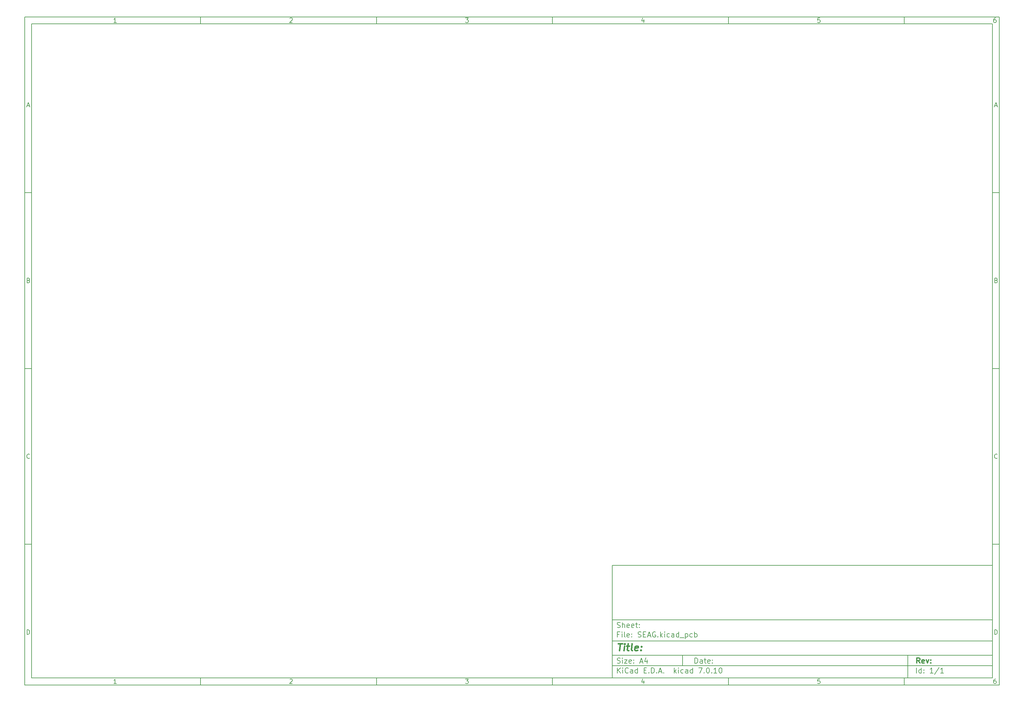
<source format=gbr>
%TF.GenerationSoftware,KiCad,Pcbnew,7.0.10*%
%TF.CreationDate,2024-04-20T16:07:25+02:00*%
%TF.ProjectId,SEAG,53454147-2e6b-4696-9361-645f70636258,rev?*%
%TF.SameCoordinates,Original*%
%TF.FileFunction,Paste,Bot*%
%TF.FilePolarity,Positive*%
%FSLAX46Y46*%
G04 Gerber Fmt 4.6, Leading zero omitted, Abs format (unit mm)*
G04 Created by KiCad (PCBNEW 7.0.10) date 2024-04-20 16:07:25*
%MOMM*%
%LPD*%
G01*
G04 APERTURE LIST*
%ADD10C,0.100000*%
%ADD11C,0.150000*%
%ADD12C,0.300000*%
%ADD13C,0.400000*%
G04 APERTURE END LIST*
D10*
D11*
X177002200Y-166007200D02*
X285002200Y-166007200D01*
X285002200Y-198007200D01*
X177002200Y-198007200D01*
X177002200Y-166007200D01*
D10*
D11*
X10000000Y-10000000D02*
X287002200Y-10000000D01*
X287002200Y-200007200D01*
X10000000Y-200007200D01*
X10000000Y-10000000D01*
D10*
D11*
X12000000Y-12000000D02*
X285002200Y-12000000D01*
X285002200Y-198007200D01*
X12000000Y-198007200D01*
X12000000Y-12000000D01*
D10*
D11*
X60000000Y-12000000D02*
X60000000Y-10000000D01*
D10*
D11*
X110000000Y-12000000D02*
X110000000Y-10000000D01*
D10*
D11*
X160000000Y-12000000D02*
X160000000Y-10000000D01*
D10*
D11*
X210000000Y-12000000D02*
X210000000Y-10000000D01*
D10*
D11*
X260000000Y-12000000D02*
X260000000Y-10000000D01*
D10*
D11*
X36089160Y-11593604D02*
X35346303Y-11593604D01*
X35717731Y-11593604D02*
X35717731Y-10293604D01*
X35717731Y-10293604D02*
X35593922Y-10479319D01*
X35593922Y-10479319D02*
X35470112Y-10603128D01*
X35470112Y-10603128D02*
X35346303Y-10665033D01*
D10*
D11*
X85346303Y-10417414D02*
X85408207Y-10355509D01*
X85408207Y-10355509D02*
X85532017Y-10293604D01*
X85532017Y-10293604D02*
X85841541Y-10293604D01*
X85841541Y-10293604D02*
X85965350Y-10355509D01*
X85965350Y-10355509D02*
X86027255Y-10417414D01*
X86027255Y-10417414D02*
X86089160Y-10541223D01*
X86089160Y-10541223D02*
X86089160Y-10665033D01*
X86089160Y-10665033D02*
X86027255Y-10850747D01*
X86027255Y-10850747D02*
X85284398Y-11593604D01*
X85284398Y-11593604D02*
X86089160Y-11593604D01*
D10*
D11*
X135284398Y-10293604D02*
X136089160Y-10293604D01*
X136089160Y-10293604D02*
X135655826Y-10788842D01*
X135655826Y-10788842D02*
X135841541Y-10788842D01*
X135841541Y-10788842D02*
X135965350Y-10850747D01*
X135965350Y-10850747D02*
X136027255Y-10912652D01*
X136027255Y-10912652D02*
X136089160Y-11036461D01*
X136089160Y-11036461D02*
X136089160Y-11345985D01*
X136089160Y-11345985D02*
X136027255Y-11469795D01*
X136027255Y-11469795D02*
X135965350Y-11531700D01*
X135965350Y-11531700D02*
X135841541Y-11593604D01*
X135841541Y-11593604D02*
X135470112Y-11593604D01*
X135470112Y-11593604D02*
X135346303Y-11531700D01*
X135346303Y-11531700D02*
X135284398Y-11469795D01*
D10*
D11*
X185965350Y-10726938D02*
X185965350Y-11593604D01*
X185655826Y-10231700D02*
X185346303Y-11160271D01*
X185346303Y-11160271D02*
X186151064Y-11160271D01*
D10*
D11*
X236027255Y-10293604D02*
X235408207Y-10293604D01*
X235408207Y-10293604D02*
X235346303Y-10912652D01*
X235346303Y-10912652D02*
X235408207Y-10850747D01*
X235408207Y-10850747D02*
X235532017Y-10788842D01*
X235532017Y-10788842D02*
X235841541Y-10788842D01*
X235841541Y-10788842D02*
X235965350Y-10850747D01*
X235965350Y-10850747D02*
X236027255Y-10912652D01*
X236027255Y-10912652D02*
X236089160Y-11036461D01*
X236089160Y-11036461D02*
X236089160Y-11345985D01*
X236089160Y-11345985D02*
X236027255Y-11469795D01*
X236027255Y-11469795D02*
X235965350Y-11531700D01*
X235965350Y-11531700D02*
X235841541Y-11593604D01*
X235841541Y-11593604D02*
X235532017Y-11593604D01*
X235532017Y-11593604D02*
X235408207Y-11531700D01*
X235408207Y-11531700D02*
X235346303Y-11469795D01*
D10*
D11*
X285965350Y-10293604D02*
X285717731Y-10293604D01*
X285717731Y-10293604D02*
X285593922Y-10355509D01*
X285593922Y-10355509D02*
X285532017Y-10417414D01*
X285532017Y-10417414D02*
X285408207Y-10603128D01*
X285408207Y-10603128D02*
X285346303Y-10850747D01*
X285346303Y-10850747D02*
X285346303Y-11345985D01*
X285346303Y-11345985D02*
X285408207Y-11469795D01*
X285408207Y-11469795D02*
X285470112Y-11531700D01*
X285470112Y-11531700D02*
X285593922Y-11593604D01*
X285593922Y-11593604D02*
X285841541Y-11593604D01*
X285841541Y-11593604D02*
X285965350Y-11531700D01*
X285965350Y-11531700D02*
X286027255Y-11469795D01*
X286027255Y-11469795D02*
X286089160Y-11345985D01*
X286089160Y-11345985D02*
X286089160Y-11036461D01*
X286089160Y-11036461D02*
X286027255Y-10912652D01*
X286027255Y-10912652D02*
X285965350Y-10850747D01*
X285965350Y-10850747D02*
X285841541Y-10788842D01*
X285841541Y-10788842D02*
X285593922Y-10788842D01*
X285593922Y-10788842D02*
X285470112Y-10850747D01*
X285470112Y-10850747D02*
X285408207Y-10912652D01*
X285408207Y-10912652D02*
X285346303Y-11036461D01*
D10*
D11*
X60000000Y-198007200D02*
X60000000Y-200007200D01*
D10*
D11*
X110000000Y-198007200D02*
X110000000Y-200007200D01*
D10*
D11*
X160000000Y-198007200D02*
X160000000Y-200007200D01*
D10*
D11*
X210000000Y-198007200D02*
X210000000Y-200007200D01*
D10*
D11*
X260000000Y-198007200D02*
X260000000Y-200007200D01*
D10*
D11*
X36089160Y-199600804D02*
X35346303Y-199600804D01*
X35717731Y-199600804D02*
X35717731Y-198300804D01*
X35717731Y-198300804D02*
X35593922Y-198486519D01*
X35593922Y-198486519D02*
X35470112Y-198610328D01*
X35470112Y-198610328D02*
X35346303Y-198672233D01*
D10*
D11*
X85346303Y-198424614D02*
X85408207Y-198362709D01*
X85408207Y-198362709D02*
X85532017Y-198300804D01*
X85532017Y-198300804D02*
X85841541Y-198300804D01*
X85841541Y-198300804D02*
X85965350Y-198362709D01*
X85965350Y-198362709D02*
X86027255Y-198424614D01*
X86027255Y-198424614D02*
X86089160Y-198548423D01*
X86089160Y-198548423D02*
X86089160Y-198672233D01*
X86089160Y-198672233D02*
X86027255Y-198857947D01*
X86027255Y-198857947D02*
X85284398Y-199600804D01*
X85284398Y-199600804D02*
X86089160Y-199600804D01*
D10*
D11*
X135284398Y-198300804D02*
X136089160Y-198300804D01*
X136089160Y-198300804D02*
X135655826Y-198796042D01*
X135655826Y-198796042D02*
X135841541Y-198796042D01*
X135841541Y-198796042D02*
X135965350Y-198857947D01*
X135965350Y-198857947D02*
X136027255Y-198919852D01*
X136027255Y-198919852D02*
X136089160Y-199043661D01*
X136089160Y-199043661D02*
X136089160Y-199353185D01*
X136089160Y-199353185D02*
X136027255Y-199476995D01*
X136027255Y-199476995D02*
X135965350Y-199538900D01*
X135965350Y-199538900D02*
X135841541Y-199600804D01*
X135841541Y-199600804D02*
X135470112Y-199600804D01*
X135470112Y-199600804D02*
X135346303Y-199538900D01*
X135346303Y-199538900D02*
X135284398Y-199476995D01*
D10*
D11*
X185965350Y-198734138D02*
X185965350Y-199600804D01*
X185655826Y-198238900D02*
X185346303Y-199167471D01*
X185346303Y-199167471D02*
X186151064Y-199167471D01*
D10*
D11*
X236027255Y-198300804D02*
X235408207Y-198300804D01*
X235408207Y-198300804D02*
X235346303Y-198919852D01*
X235346303Y-198919852D02*
X235408207Y-198857947D01*
X235408207Y-198857947D02*
X235532017Y-198796042D01*
X235532017Y-198796042D02*
X235841541Y-198796042D01*
X235841541Y-198796042D02*
X235965350Y-198857947D01*
X235965350Y-198857947D02*
X236027255Y-198919852D01*
X236027255Y-198919852D02*
X236089160Y-199043661D01*
X236089160Y-199043661D02*
X236089160Y-199353185D01*
X236089160Y-199353185D02*
X236027255Y-199476995D01*
X236027255Y-199476995D02*
X235965350Y-199538900D01*
X235965350Y-199538900D02*
X235841541Y-199600804D01*
X235841541Y-199600804D02*
X235532017Y-199600804D01*
X235532017Y-199600804D02*
X235408207Y-199538900D01*
X235408207Y-199538900D02*
X235346303Y-199476995D01*
D10*
D11*
X285965350Y-198300804D02*
X285717731Y-198300804D01*
X285717731Y-198300804D02*
X285593922Y-198362709D01*
X285593922Y-198362709D02*
X285532017Y-198424614D01*
X285532017Y-198424614D02*
X285408207Y-198610328D01*
X285408207Y-198610328D02*
X285346303Y-198857947D01*
X285346303Y-198857947D02*
X285346303Y-199353185D01*
X285346303Y-199353185D02*
X285408207Y-199476995D01*
X285408207Y-199476995D02*
X285470112Y-199538900D01*
X285470112Y-199538900D02*
X285593922Y-199600804D01*
X285593922Y-199600804D02*
X285841541Y-199600804D01*
X285841541Y-199600804D02*
X285965350Y-199538900D01*
X285965350Y-199538900D02*
X286027255Y-199476995D01*
X286027255Y-199476995D02*
X286089160Y-199353185D01*
X286089160Y-199353185D02*
X286089160Y-199043661D01*
X286089160Y-199043661D02*
X286027255Y-198919852D01*
X286027255Y-198919852D02*
X285965350Y-198857947D01*
X285965350Y-198857947D02*
X285841541Y-198796042D01*
X285841541Y-198796042D02*
X285593922Y-198796042D01*
X285593922Y-198796042D02*
X285470112Y-198857947D01*
X285470112Y-198857947D02*
X285408207Y-198919852D01*
X285408207Y-198919852D02*
X285346303Y-199043661D01*
D10*
D11*
X10000000Y-60000000D02*
X12000000Y-60000000D01*
D10*
D11*
X10000000Y-110000000D02*
X12000000Y-110000000D01*
D10*
D11*
X10000000Y-160000000D02*
X12000000Y-160000000D01*
D10*
D11*
X10690476Y-35222176D02*
X11309523Y-35222176D01*
X10566666Y-35593604D02*
X10999999Y-34293604D01*
X10999999Y-34293604D02*
X11433333Y-35593604D01*
D10*
D11*
X11092857Y-84912652D02*
X11278571Y-84974557D01*
X11278571Y-84974557D02*
X11340476Y-85036461D01*
X11340476Y-85036461D02*
X11402380Y-85160271D01*
X11402380Y-85160271D02*
X11402380Y-85345985D01*
X11402380Y-85345985D02*
X11340476Y-85469795D01*
X11340476Y-85469795D02*
X11278571Y-85531700D01*
X11278571Y-85531700D02*
X11154761Y-85593604D01*
X11154761Y-85593604D02*
X10659523Y-85593604D01*
X10659523Y-85593604D02*
X10659523Y-84293604D01*
X10659523Y-84293604D02*
X11092857Y-84293604D01*
X11092857Y-84293604D02*
X11216666Y-84355509D01*
X11216666Y-84355509D02*
X11278571Y-84417414D01*
X11278571Y-84417414D02*
X11340476Y-84541223D01*
X11340476Y-84541223D02*
X11340476Y-84665033D01*
X11340476Y-84665033D02*
X11278571Y-84788842D01*
X11278571Y-84788842D02*
X11216666Y-84850747D01*
X11216666Y-84850747D02*
X11092857Y-84912652D01*
X11092857Y-84912652D02*
X10659523Y-84912652D01*
D10*
D11*
X11402380Y-135469795D02*
X11340476Y-135531700D01*
X11340476Y-135531700D02*
X11154761Y-135593604D01*
X11154761Y-135593604D02*
X11030952Y-135593604D01*
X11030952Y-135593604D02*
X10845238Y-135531700D01*
X10845238Y-135531700D02*
X10721428Y-135407890D01*
X10721428Y-135407890D02*
X10659523Y-135284080D01*
X10659523Y-135284080D02*
X10597619Y-135036461D01*
X10597619Y-135036461D02*
X10597619Y-134850747D01*
X10597619Y-134850747D02*
X10659523Y-134603128D01*
X10659523Y-134603128D02*
X10721428Y-134479319D01*
X10721428Y-134479319D02*
X10845238Y-134355509D01*
X10845238Y-134355509D02*
X11030952Y-134293604D01*
X11030952Y-134293604D02*
X11154761Y-134293604D01*
X11154761Y-134293604D02*
X11340476Y-134355509D01*
X11340476Y-134355509D02*
X11402380Y-134417414D01*
D10*
D11*
X10659523Y-185593604D02*
X10659523Y-184293604D01*
X10659523Y-184293604D02*
X10969047Y-184293604D01*
X10969047Y-184293604D02*
X11154761Y-184355509D01*
X11154761Y-184355509D02*
X11278571Y-184479319D01*
X11278571Y-184479319D02*
X11340476Y-184603128D01*
X11340476Y-184603128D02*
X11402380Y-184850747D01*
X11402380Y-184850747D02*
X11402380Y-185036461D01*
X11402380Y-185036461D02*
X11340476Y-185284080D01*
X11340476Y-185284080D02*
X11278571Y-185407890D01*
X11278571Y-185407890D02*
X11154761Y-185531700D01*
X11154761Y-185531700D02*
X10969047Y-185593604D01*
X10969047Y-185593604D02*
X10659523Y-185593604D01*
D10*
D11*
X287002200Y-60000000D02*
X285002200Y-60000000D01*
D10*
D11*
X287002200Y-110000000D02*
X285002200Y-110000000D01*
D10*
D11*
X287002200Y-160000000D02*
X285002200Y-160000000D01*
D10*
D11*
X285692676Y-35222176D02*
X286311723Y-35222176D01*
X285568866Y-35593604D02*
X286002199Y-34293604D01*
X286002199Y-34293604D02*
X286435533Y-35593604D01*
D10*
D11*
X286095057Y-84912652D02*
X286280771Y-84974557D01*
X286280771Y-84974557D02*
X286342676Y-85036461D01*
X286342676Y-85036461D02*
X286404580Y-85160271D01*
X286404580Y-85160271D02*
X286404580Y-85345985D01*
X286404580Y-85345985D02*
X286342676Y-85469795D01*
X286342676Y-85469795D02*
X286280771Y-85531700D01*
X286280771Y-85531700D02*
X286156961Y-85593604D01*
X286156961Y-85593604D02*
X285661723Y-85593604D01*
X285661723Y-85593604D02*
X285661723Y-84293604D01*
X285661723Y-84293604D02*
X286095057Y-84293604D01*
X286095057Y-84293604D02*
X286218866Y-84355509D01*
X286218866Y-84355509D02*
X286280771Y-84417414D01*
X286280771Y-84417414D02*
X286342676Y-84541223D01*
X286342676Y-84541223D02*
X286342676Y-84665033D01*
X286342676Y-84665033D02*
X286280771Y-84788842D01*
X286280771Y-84788842D02*
X286218866Y-84850747D01*
X286218866Y-84850747D02*
X286095057Y-84912652D01*
X286095057Y-84912652D02*
X285661723Y-84912652D01*
D10*
D11*
X286404580Y-135469795D02*
X286342676Y-135531700D01*
X286342676Y-135531700D02*
X286156961Y-135593604D01*
X286156961Y-135593604D02*
X286033152Y-135593604D01*
X286033152Y-135593604D02*
X285847438Y-135531700D01*
X285847438Y-135531700D02*
X285723628Y-135407890D01*
X285723628Y-135407890D02*
X285661723Y-135284080D01*
X285661723Y-135284080D02*
X285599819Y-135036461D01*
X285599819Y-135036461D02*
X285599819Y-134850747D01*
X285599819Y-134850747D02*
X285661723Y-134603128D01*
X285661723Y-134603128D02*
X285723628Y-134479319D01*
X285723628Y-134479319D02*
X285847438Y-134355509D01*
X285847438Y-134355509D02*
X286033152Y-134293604D01*
X286033152Y-134293604D02*
X286156961Y-134293604D01*
X286156961Y-134293604D02*
X286342676Y-134355509D01*
X286342676Y-134355509D02*
X286404580Y-134417414D01*
D10*
D11*
X285661723Y-185593604D02*
X285661723Y-184293604D01*
X285661723Y-184293604D02*
X285971247Y-184293604D01*
X285971247Y-184293604D02*
X286156961Y-184355509D01*
X286156961Y-184355509D02*
X286280771Y-184479319D01*
X286280771Y-184479319D02*
X286342676Y-184603128D01*
X286342676Y-184603128D02*
X286404580Y-184850747D01*
X286404580Y-184850747D02*
X286404580Y-185036461D01*
X286404580Y-185036461D02*
X286342676Y-185284080D01*
X286342676Y-185284080D02*
X286280771Y-185407890D01*
X286280771Y-185407890D02*
X286156961Y-185531700D01*
X286156961Y-185531700D02*
X285971247Y-185593604D01*
X285971247Y-185593604D02*
X285661723Y-185593604D01*
D10*
D11*
X200458026Y-193793328D02*
X200458026Y-192293328D01*
X200458026Y-192293328D02*
X200815169Y-192293328D01*
X200815169Y-192293328D02*
X201029455Y-192364757D01*
X201029455Y-192364757D02*
X201172312Y-192507614D01*
X201172312Y-192507614D02*
X201243741Y-192650471D01*
X201243741Y-192650471D02*
X201315169Y-192936185D01*
X201315169Y-192936185D02*
X201315169Y-193150471D01*
X201315169Y-193150471D02*
X201243741Y-193436185D01*
X201243741Y-193436185D02*
X201172312Y-193579042D01*
X201172312Y-193579042D02*
X201029455Y-193721900D01*
X201029455Y-193721900D02*
X200815169Y-193793328D01*
X200815169Y-193793328D02*
X200458026Y-193793328D01*
X202600884Y-193793328D02*
X202600884Y-193007614D01*
X202600884Y-193007614D02*
X202529455Y-192864757D01*
X202529455Y-192864757D02*
X202386598Y-192793328D01*
X202386598Y-192793328D02*
X202100884Y-192793328D01*
X202100884Y-192793328D02*
X201958026Y-192864757D01*
X202600884Y-193721900D02*
X202458026Y-193793328D01*
X202458026Y-193793328D02*
X202100884Y-193793328D01*
X202100884Y-193793328D02*
X201958026Y-193721900D01*
X201958026Y-193721900D02*
X201886598Y-193579042D01*
X201886598Y-193579042D02*
X201886598Y-193436185D01*
X201886598Y-193436185D02*
X201958026Y-193293328D01*
X201958026Y-193293328D02*
X202100884Y-193221900D01*
X202100884Y-193221900D02*
X202458026Y-193221900D01*
X202458026Y-193221900D02*
X202600884Y-193150471D01*
X203100884Y-192793328D02*
X203672312Y-192793328D01*
X203315169Y-192293328D02*
X203315169Y-193579042D01*
X203315169Y-193579042D02*
X203386598Y-193721900D01*
X203386598Y-193721900D02*
X203529455Y-193793328D01*
X203529455Y-193793328D02*
X203672312Y-193793328D01*
X204743741Y-193721900D02*
X204600884Y-193793328D01*
X204600884Y-193793328D02*
X204315170Y-193793328D01*
X204315170Y-193793328D02*
X204172312Y-193721900D01*
X204172312Y-193721900D02*
X204100884Y-193579042D01*
X204100884Y-193579042D02*
X204100884Y-193007614D01*
X204100884Y-193007614D02*
X204172312Y-192864757D01*
X204172312Y-192864757D02*
X204315170Y-192793328D01*
X204315170Y-192793328D02*
X204600884Y-192793328D01*
X204600884Y-192793328D02*
X204743741Y-192864757D01*
X204743741Y-192864757D02*
X204815170Y-193007614D01*
X204815170Y-193007614D02*
X204815170Y-193150471D01*
X204815170Y-193150471D02*
X204100884Y-193293328D01*
X205458026Y-193650471D02*
X205529455Y-193721900D01*
X205529455Y-193721900D02*
X205458026Y-193793328D01*
X205458026Y-193793328D02*
X205386598Y-193721900D01*
X205386598Y-193721900D02*
X205458026Y-193650471D01*
X205458026Y-193650471D02*
X205458026Y-193793328D01*
X205458026Y-192864757D02*
X205529455Y-192936185D01*
X205529455Y-192936185D02*
X205458026Y-193007614D01*
X205458026Y-193007614D02*
X205386598Y-192936185D01*
X205386598Y-192936185D02*
X205458026Y-192864757D01*
X205458026Y-192864757D02*
X205458026Y-193007614D01*
D10*
D11*
X177002200Y-194507200D02*
X285002200Y-194507200D01*
D10*
D11*
X178458026Y-196593328D02*
X178458026Y-195093328D01*
X179315169Y-196593328D02*
X178672312Y-195736185D01*
X179315169Y-195093328D02*
X178458026Y-195950471D01*
X179958026Y-196593328D02*
X179958026Y-195593328D01*
X179958026Y-195093328D02*
X179886598Y-195164757D01*
X179886598Y-195164757D02*
X179958026Y-195236185D01*
X179958026Y-195236185D02*
X180029455Y-195164757D01*
X180029455Y-195164757D02*
X179958026Y-195093328D01*
X179958026Y-195093328D02*
X179958026Y-195236185D01*
X181529455Y-196450471D02*
X181458027Y-196521900D01*
X181458027Y-196521900D02*
X181243741Y-196593328D01*
X181243741Y-196593328D02*
X181100884Y-196593328D01*
X181100884Y-196593328D02*
X180886598Y-196521900D01*
X180886598Y-196521900D02*
X180743741Y-196379042D01*
X180743741Y-196379042D02*
X180672312Y-196236185D01*
X180672312Y-196236185D02*
X180600884Y-195950471D01*
X180600884Y-195950471D02*
X180600884Y-195736185D01*
X180600884Y-195736185D02*
X180672312Y-195450471D01*
X180672312Y-195450471D02*
X180743741Y-195307614D01*
X180743741Y-195307614D02*
X180886598Y-195164757D01*
X180886598Y-195164757D02*
X181100884Y-195093328D01*
X181100884Y-195093328D02*
X181243741Y-195093328D01*
X181243741Y-195093328D02*
X181458027Y-195164757D01*
X181458027Y-195164757D02*
X181529455Y-195236185D01*
X182815170Y-196593328D02*
X182815170Y-195807614D01*
X182815170Y-195807614D02*
X182743741Y-195664757D01*
X182743741Y-195664757D02*
X182600884Y-195593328D01*
X182600884Y-195593328D02*
X182315170Y-195593328D01*
X182315170Y-195593328D02*
X182172312Y-195664757D01*
X182815170Y-196521900D02*
X182672312Y-196593328D01*
X182672312Y-196593328D02*
X182315170Y-196593328D01*
X182315170Y-196593328D02*
X182172312Y-196521900D01*
X182172312Y-196521900D02*
X182100884Y-196379042D01*
X182100884Y-196379042D02*
X182100884Y-196236185D01*
X182100884Y-196236185D02*
X182172312Y-196093328D01*
X182172312Y-196093328D02*
X182315170Y-196021900D01*
X182315170Y-196021900D02*
X182672312Y-196021900D01*
X182672312Y-196021900D02*
X182815170Y-195950471D01*
X184172313Y-196593328D02*
X184172313Y-195093328D01*
X184172313Y-196521900D02*
X184029455Y-196593328D01*
X184029455Y-196593328D02*
X183743741Y-196593328D01*
X183743741Y-196593328D02*
X183600884Y-196521900D01*
X183600884Y-196521900D02*
X183529455Y-196450471D01*
X183529455Y-196450471D02*
X183458027Y-196307614D01*
X183458027Y-196307614D02*
X183458027Y-195879042D01*
X183458027Y-195879042D02*
X183529455Y-195736185D01*
X183529455Y-195736185D02*
X183600884Y-195664757D01*
X183600884Y-195664757D02*
X183743741Y-195593328D01*
X183743741Y-195593328D02*
X184029455Y-195593328D01*
X184029455Y-195593328D02*
X184172313Y-195664757D01*
X186029455Y-195807614D02*
X186529455Y-195807614D01*
X186743741Y-196593328D02*
X186029455Y-196593328D01*
X186029455Y-196593328D02*
X186029455Y-195093328D01*
X186029455Y-195093328D02*
X186743741Y-195093328D01*
X187386598Y-196450471D02*
X187458027Y-196521900D01*
X187458027Y-196521900D02*
X187386598Y-196593328D01*
X187386598Y-196593328D02*
X187315170Y-196521900D01*
X187315170Y-196521900D02*
X187386598Y-196450471D01*
X187386598Y-196450471D02*
X187386598Y-196593328D01*
X188100884Y-196593328D02*
X188100884Y-195093328D01*
X188100884Y-195093328D02*
X188458027Y-195093328D01*
X188458027Y-195093328D02*
X188672313Y-195164757D01*
X188672313Y-195164757D02*
X188815170Y-195307614D01*
X188815170Y-195307614D02*
X188886599Y-195450471D01*
X188886599Y-195450471D02*
X188958027Y-195736185D01*
X188958027Y-195736185D02*
X188958027Y-195950471D01*
X188958027Y-195950471D02*
X188886599Y-196236185D01*
X188886599Y-196236185D02*
X188815170Y-196379042D01*
X188815170Y-196379042D02*
X188672313Y-196521900D01*
X188672313Y-196521900D02*
X188458027Y-196593328D01*
X188458027Y-196593328D02*
X188100884Y-196593328D01*
X189600884Y-196450471D02*
X189672313Y-196521900D01*
X189672313Y-196521900D02*
X189600884Y-196593328D01*
X189600884Y-196593328D02*
X189529456Y-196521900D01*
X189529456Y-196521900D02*
X189600884Y-196450471D01*
X189600884Y-196450471D02*
X189600884Y-196593328D01*
X190243742Y-196164757D02*
X190958028Y-196164757D01*
X190100885Y-196593328D02*
X190600885Y-195093328D01*
X190600885Y-195093328D02*
X191100885Y-196593328D01*
X191600884Y-196450471D02*
X191672313Y-196521900D01*
X191672313Y-196521900D02*
X191600884Y-196593328D01*
X191600884Y-196593328D02*
X191529456Y-196521900D01*
X191529456Y-196521900D02*
X191600884Y-196450471D01*
X191600884Y-196450471D02*
X191600884Y-196593328D01*
X194600884Y-196593328D02*
X194600884Y-195093328D01*
X194743742Y-196021900D02*
X195172313Y-196593328D01*
X195172313Y-195593328D02*
X194600884Y-196164757D01*
X195815170Y-196593328D02*
X195815170Y-195593328D01*
X195815170Y-195093328D02*
X195743742Y-195164757D01*
X195743742Y-195164757D02*
X195815170Y-195236185D01*
X195815170Y-195236185D02*
X195886599Y-195164757D01*
X195886599Y-195164757D02*
X195815170Y-195093328D01*
X195815170Y-195093328D02*
X195815170Y-195236185D01*
X197172314Y-196521900D02*
X197029456Y-196593328D01*
X197029456Y-196593328D02*
X196743742Y-196593328D01*
X196743742Y-196593328D02*
X196600885Y-196521900D01*
X196600885Y-196521900D02*
X196529456Y-196450471D01*
X196529456Y-196450471D02*
X196458028Y-196307614D01*
X196458028Y-196307614D02*
X196458028Y-195879042D01*
X196458028Y-195879042D02*
X196529456Y-195736185D01*
X196529456Y-195736185D02*
X196600885Y-195664757D01*
X196600885Y-195664757D02*
X196743742Y-195593328D01*
X196743742Y-195593328D02*
X197029456Y-195593328D01*
X197029456Y-195593328D02*
X197172314Y-195664757D01*
X198458028Y-196593328D02*
X198458028Y-195807614D01*
X198458028Y-195807614D02*
X198386599Y-195664757D01*
X198386599Y-195664757D02*
X198243742Y-195593328D01*
X198243742Y-195593328D02*
X197958028Y-195593328D01*
X197958028Y-195593328D02*
X197815170Y-195664757D01*
X198458028Y-196521900D02*
X198315170Y-196593328D01*
X198315170Y-196593328D02*
X197958028Y-196593328D01*
X197958028Y-196593328D02*
X197815170Y-196521900D01*
X197815170Y-196521900D02*
X197743742Y-196379042D01*
X197743742Y-196379042D02*
X197743742Y-196236185D01*
X197743742Y-196236185D02*
X197815170Y-196093328D01*
X197815170Y-196093328D02*
X197958028Y-196021900D01*
X197958028Y-196021900D02*
X198315170Y-196021900D01*
X198315170Y-196021900D02*
X198458028Y-195950471D01*
X199815171Y-196593328D02*
X199815171Y-195093328D01*
X199815171Y-196521900D02*
X199672313Y-196593328D01*
X199672313Y-196593328D02*
X199386599Y-196593328D01*
X199386599Y-196593328D02*
X199243742Y-196521900D01*
X199243742Y-196521900D02*
X199172313Y-196450471D01*
X199172313Y-196450471D02*
X199100885Y-196307614D01*
X199100885Y-196307614D02*
X199100885Y-195879042D01*
X199100885Y-195879042D02*
X199172313Y-195736185D01*
X199172313Y-195736185D02*
X199243742Y-195664757D01*
X199243742Y-195664757D02*
X199386599Y-195593328D01*
X199386599Y-195593328D02*
X199672313Y-195593328D01*
X199672313Y-195593328D02*
X199815171Y-195664757D01*
X201529456Y-195093328D02*
X202529456Y-195093328D01*
X202529456Y-195093328D02*
X201886599Y-196593328D01*
X203100884Y-196450471D02*
X203172313Y-196521900D01*
X203172313Y-196521900D02*
X203100884Y-196593328D01*
X203100884Y-196593328D02*
X203029456Y-196521900D01*
X203029456Y-196521900D02*
X203100884Y-196450471D01*
X203100884Y-196450471D02*
X203100884Y-196593328D01*
X204100885Y-195093328D02*
X204243742Y-195093328D01*
X204243742Y-195093328D02*
X204386599Y-195164757D01*
X204386599Y-195164757D02*
X204458028Y-195236185D01*
X204458028Y-195236185D02*
X204529456Y-195379042D01*
X204529456Y-195379042D02*
X204600885Y-195664757D01*
X204600885Y-195664757D02*
X204600885Y-196021900D01*
X204600885Y-196021900D02*
X204529456Y-196307614D01*
X204529456Y-196307614D02*
X204458028Y-196450471D01*
X204458028Y-196450471D02*
X204386599Y-196521900D01*
X204386599Y-196521900D02*
X204243742Y-196593328D01*
X204243742Y-196593328D02*
X204100885Y-196593328D01*
X204100885Y-196593328D02*
X203958028Y-196521900D01*
X203958028Y-196521900D02*
X203886599Y-196450471D01*
X203886599Y-196450471D02*
X203815170Y-196307614D01*
X203815170Y-196307614D02*
X203743742Y-196021900D01*
X203743742Y-196021900D02*
X203743742Y-195664757D01*
X203743742Y-195664757D02*
X203815170Y-195379042D01*
X203815170Y-195379042D02*
X203886599Y-195236185D01*
X203886599Y-195236185D02*
X203958028Y-195164757D01*
X203958028Y-195164757D02*
X204100885Y-195093328D01*
X205243741Y-196450471D02*
X205315170Y-196521900D01*
X205315170Y-196521900D02*
X205243741Y-196593328D01*
X205243741Y-196593328D02*
X205172313Y-196521900D01*
X205172313Y-196521900D02*
X205243741Y-196450471D01*
X205243741Y-196450471D02*
X205243741Y-196593328D01*
X206743742Y-196593328D02*
X205886599Y-196593328D01*
X206315170Y-196593328D02*
X206315170Y-195093328D01*
X206315170Y-195093328D02*
X206172313Y-195307614D01*
X206172313Y-195307614D02*
X206029456Y-195450471D01*
X206029456Y-195450471D02*
X205886599Y-195521900D01*
X207672313Y-195093328D02*
X207815170Y-195093328D01*
X207815170Y-195093328D02*
X207958027Y-195164757D01*
X207958027Y-195164757D02*
X208029456Y-195236185D01*
X208029456Y-195236185D02*
X208100884Y-195379042D01*
X208100884Y-195379042D02*
X208172313Y-195664757D01*
X208172313Y-195664757D02*
X208172313Y-196021900D01*
X208172313Y-196021900D02*
X208100884Y-196307614D01*
X208100884Y-196307614D02*
X208029456Y-196450471D01*
X208029456Y-196450471D02*
X207958027Y-196521900D01*
X207958027Y-196521900D02*
X207815170Y-196593328D01*
X207815170Y-196593328D02*
X207672313Y-196593328D01*
X207672313Y-196593328D02*
X207529456Y-196521900D01*
X207529456Y-196521900D02*
X207458027Y-196450471D01*
X207458027Y-196450471D02*
X207386598Y-196307614D01*
X207386598Y-196307614D02*
X207315170Y-196021900D01*
X207315170Y-196021900D02*
X207315170Y-195664757D01*
X207315170Y-195664757D02*
X207386598Y-195379042D01*
X207386598Y-195379042D02*
X207458027Y-195236185D01*
X207458027Y-195236185D02*
X207529456Y-195164757D01*
X207529456Y-195164757D02*
X207672313Y-195093328D01*
D10*
D11*
X177002200Y-191507200D02*
X285002200Y-191507200D01*
D10*
D12*
X264413853Y-193785528D02*
X263913853Y-193071242D01*
X263556710Y-193785528D02*
X263556710Y-192285528D01*
X263556710Y-192285528D02*
X264128139Y-192285528D01*
X264128139Y-192285528D02*
X264270996Y-192356957D01*
X264270996Y-192356957D02*
X264342425Y-192428385D01*
X264342425Y-192428385D02*
X264413853Y-192571242D01*
X264413853Y-192571242D02*
X264413853Y-192785528D01*
X264413853Y-192785528D02*
X264342425Y-192928385D01*
X264342425Y-192928385D02*
X264270996Y-192999814D01*
X264270996Y-192999814D02*
X264128139Y-193071242D01*
X264128139Y-193071242D02*
X263556710Y-193071242D01*
X265628139Y-193714100D02*
X265485282Y-193785528D01*
X265485282Y-193785528D02*
X265199568Y-193785528D01*
X265199568Y-193785528D02*
X265056710Y-193714100D01*
X265056710Y-193714100D02*
X264985282Y-193571242D01*
X264985282Y-193571242D02*
X264985282Y-192999814D01*
X264985282Y-192999814D02*
X265056710Y-192856957D01*
X265056710Y-192856957D02*
X265199568Y-192785528D01*
X265199568Y-192785528D02*
X265485282Y-192785528D01*
X265485282Y-192785528D02*
X265628139Y-192856957D01*
X265628139Y-192856957D02*
X265699568Y-192999814D01*
X265699568Y-192999814D02*
X265699568Y-193142671D01*
X265699568Y-193142671D02*
X264985282Y-193285528D01*
X266199567Y-192785528D02*
X266556710Y-193785528D01*
X266556710Y-193785528D02*
X266913853Y-192785528D01*
X267485281Y-193642671D02*
X267556710Y-193714100D01*
X267556710Y-193714100D02*
X267485281Y-193785528D01*
X267485281Y-193785528D02*
X267413853Y-193714100D01*
X267413853Y-193714100D02*
X267485281Y-193642671D01*
X267485281Y-193642671D02*
X267485281Y-193785528D01*
X267485281Y-192856957D02*
X267556710Y-192928385D01*
X267556710Y-192928385D02*
X267485281Y-192999814D01*
X267485281Y-192999814D02*
X267413853Y-192928385D01*
X267413853Y-192928385D02*
X267485281Y-192856957D01*
X267485281Y-192856957D02*
X267485281Y-192999814D01*
D10*
D11*
X178386598Y-193721900D02*
X178600884Y-193793328D01*
X178600884Y-193793328D02*
X178958026Y-193793328D01*
X178958026Y-193793328D02*
X179100884Y-193721900D01*
X179100884Y-193721900D02*
X179172312Y-193650471D01*
X179172312Y-193650471D02*
X179243741Y-193507614D01*
X179243741Y-193507614D02*
X179243741Y-193364757D01*
X179243741Y-193364757D02*
X179172312Y-193221900D01*
X179172312Y-193221900D02*
X179100884Y-193150471D01*
X179100884Y-193150471D02*
X178958026Y-193079042D01*
X178958026Y-193079042D02*
X178672312Y-193007614D01*
X178672312Y-193007614D02*
X178529455Y-192936185D01*
X178529455Y-192936185D02*
X178458026Y-192864757D01*
X178458026Y-192864757D02*
X178386598Y-192721900D01*
X178386598Y-192721900D02*
X178386598Y-192579042D01*
X178386598Y-192579042D02*
X178458026Y-192436185D01*
X178458026Y-192436185D02*
X178529455Y-192364757D01*
X178529455Y-192364757D02*
X178672312Y-192293328D01*
X178672312Y-192293328D02*
X179029455Y-192293328D01*
X179029455Y-192293328D02*
X179243741Y-192364757D01*
X179886597Y-193793328D02*
X179886597Y-192793328D01*
X179886597Y-192293328D02*
X179815169Y-192364757D01*
X179815169Y-192364757D02*
X179886597Y-192436185D01*
X179886597Y-192436185D02*
X179958026Y-192364757D01*
X179958026Y-192364757D02*
X179886597Y-192293328D01*
X179886597Y-192293328D02*
X179886597Y-192436185D01*
X180458026Y-192793328D02*
X181243741Y-192793328D01*
X181243741Y-192793328D02*
X180458026Y-193793328D01*
X180458026Y-193793328D02*
X181243741Y-193793328D01*
X182386598Y-193721900D02*
X182243741Y-193793328D01*
X182243741Y-193793328D02*
X181958027Y-193793328D01*
X181958027Y-193793328D02*
X181815169Y-193721900D01*
X181815169Y-193721900D02*
X181743741Y-193579042D01*
X181743741Y-193579042D02*
X181743741Y-193007614D01*
X181743741Y-193007614D02*
X181815169Y-192864757D01*
X181815169Y-192864757D02*
X181958027Y-192793328D01*
X181958027Y-192793328D02*
X182243741Y-192793328D01*
X182243741Y-192793328D02*
X182386598Y-192864757D01*
X182386598Y-192864757D02*
X182458027Y-193007614D01*
X182458027Y-193007614D02*
X182458027Y-193150471D01*
X182458027Y-193150471D02*
X181743741Y-193293328D01*
X183100883Y-193650471D02*
X183172312Y-193721900D01*
X183172312Y-193721900D02*
X183100883Y-193793328D01*
X183100883Y-193793328D02*
X183029455Y-193721900D01*
X183029455Y-193721900D02*
X183100883Y-193650471D01*
X183100883Y-193650471D02*
X183100883Y-193793328D01*
X183100883Y-192864757D02*
X183172312Y-192936185D01*
X183172312Y-192936185D02*
X183100883Y-193007614D01*
X183100883Y-193007614D02*
X183029455Y-192936185D01*
X183029455Y-192936185D02*
X183100883Y-192864757D01*
X183100883Y-192864757D02*
X183100883Y-193007614D01*
X184886598Y-193364757D02*
X185600884Y-193364757D01*
X184743741Y-193793328D02*
X185243741Y-192293328D01*
X185243741Y-192293328D02*
X185743741Y-193793328D01*
X186886598Y-192793328D02*
X186886598Y-193793328D01*
X186529455Y-192221900D02*
X186172312Y-193293328D01*
X186172312Y-193293328D02*
X187100883Y-193293328D01*
D10*
D11*
X263458026Y-196593328D02*
X263458026Y-195093328D01*
X264815170Y-196593328D02*
X264815170Y-195093328D01*
X264815170Y-196521900D02*
X264672312Y-196593328D01*
X264672312Y-196593328D02*
X264386598Y-196593328D01*
X264386598Y-196593328D02*
X264243741Y-196521900D01*
X264243741Y-196521900D02*
X264172312Y-196450471D01*
X264172312Y-196450471D02*
X264100884Y-196307614D01*
X264100884Y-196307614D02*
X264100884Y-195879042D01*
X264100884Y-195879042D02*
X264172312Y-195736185D01*
X264172312Y-195736185D02*
X264243741Y-195664757D01*
X264243741Y-195664757D02*
X264386598Y-195593328D01*
X264386598Y-195593328D02*
X264672312Y-195593328D01*
X264672312Y-195593328D02*
X264815170Y-195664757D01*
X265529455Y-196450471D02*
X265600884Y-196521900D01*
X265600884Y-196521900D02*
X265529455Y-196593328D01*
X265529455Y-196593328D02*
X265458027Y-196521900D01*
X265458027Y-196521900D02*
X265529455Y-196450471D01*
X265529455Y-196450471D02*
X265529455Y-196593328D01*
X265529455Y-195664757D02*
X265600884Y-195736185D01*
X265600884Y-195736185D02*
X265529455Y-195807614D01*
X265529455Y-195807614D02*
X265458027Y-195736185D01*
X265458027Y-195736185D02*
X265529455Y-195664757D01*
X265529455Y-195664757D02*
X265529455Y-195807614D01*
X268172313Y-196593328D02*
X267315170Y-196593328D01*
X267743741Y-196593328D02*
X267743741Y-195093328D01*
X267743741Y-195093328D02*
X267600884Y-195307614D01*
X267600884Y-195307614D02*
X267458027Y-195450471D01*
X267458027Y-195450471D02*
X267315170Y-195521900D01*
X269886598Y-195021900D02*
X268600884Y-196950471D01*
X271172313Y-196593328D02*
X270315170Y-196593328D01*
X270743741Y-196593328D02*
X270743741Y-195093328D01*
X270743741Y-195093328D02*
X270600884Y-195307614D01*
X270600884Y-195307614D02*
X270458027Y-195450471D01*
X270458027Y-195450471D02*
X270315170Y-195521900D01*
D10*
D11*
X177002200Y-187507200D02*
X285002200Y-187507200D01*
D10*
D13*
X178693928Y-188211638D02*
X179836785Y-188211638D01*
X179015357Y-190211638D02*
X179265357Y-188211638D01*
X180253452Y-190211638D02*
X180420119Y-188878304D01*
X180503452Y-188211638D02*
X180396309Y-188306876D01*
X180396309Y-188306876D02*
X180479643Y-188402114D01*
X180479643Y-188402114D02*
X180586786Y-188306876D01*
X180586786Y-188306876D02*
X180503452Y-188211638D01*
X180503452Y-188211638D02*
X180479643Y-188402114D01*
X181086786Y-188878304D02*
X181848690Y-188878304D01*
X181455833Y-188211638D02*
X181241548Y-189925923D01*
X181241548Y-189925923D02*
X181312976Y-190116400D01*
X181312976Y-190116400D02*
X181491548Y-190211638D01*
X181491548Y-190211638D02*
X181682024Y-190211638D01*
X182634405Y-190211638D02*
X182455833Y-190116400D01*
X182455833Y-190116400D02*
X182384405Y-189925923D01*
X182384405Y-189925923D02*
X182598690Y-188211638D01*
X184170119Y-190116400D02*
X183967738Y-190211638D01*
X183967738Y-190211638D02*
X183586785Y-190211638D01*
X183586785Y-190211638D02*
X183408214Y-190116400D01*
X183408214Y-190116400D02*
X183336785Y-189925923D01*
X183336785Y-189925923D02*
X183432024Y-189164019D01*
X183432024Y-189164019D02*
X183551071Y-188973542D01*
X183551071Y-188973542D02*
X183753452Y-188878304D01*
X183753452Y-188878304D02*
X184134404Y-188878304D01*
X184134404Y-188878304D02*
X184312976Y-188973542D01*
X184312976Y-188973542D02*
X184384404Y-189164019D01*
X184384404Y-189164019D02*
X184360595Y-189354495D01*
X184360595Y-189354495D02*
X183384404Y-189544971D01*
X185134405Y-190021161D02*
X185217738Y-190116400D01*
X185217738Y-190116400D02*
X185110595Y-190211638D01*
X185110595Y-190211638D02*
X185027262Y-190116400D01*
X185027262Y-190116400D02*
X185134405Y-190021161D01*
X185134405Y-190021161D02*
X185110595Y-190211638D01*
X185265357Y-188973542D02*
X185348690Y-189068780D01*
X185348690Y-189068780D02*
X185241548Y-189164019D01*
X185241548Y-189164019D02*
X185158214Y-189068780D01*
X185158214Y-189068780D02*
X185265357Y-188973542D01*
X185265357Y-188973542D02*
X185241548Y-189164019D01*
D10*
D11*
X178958026Y-185607614D02*
X178458026Y-185607614D01*
X178458026Y-186393328D02*
X178458026Y-184893328D01*
X178458026Y-184893328D02*
X179172312Y-184893328D01*
X179743740Y-186393328D02*
X179743740Y-185393328D01*
X179743740Y-184893328D02*
X179672312Y-184964757D01*
X179672312Y-184964757D02*
X179743740Y-185036185D01*
X179743740Y-185036185D02*
X179815169Y-184964757D01*
X179815169Y-184964757D02*
X179743740Y-184893328D01*
X179743740Y-184893328D02*
X179743740Y-185036185D01*
X180672312Y-186393328D02*
X180529455Y-186321900D01*
X180529455Y-186321900D02*
X180458026Y-186179042D01*
X180458026Y-186179042D02*
X180458026Y-184893328D01*
X181815169Y-186321900D02*
X181672312Y-186393328D01*
X181672312Y-186393328D02*
X181386598Y-186393328D01*
X181386598Y-186393328D02*
X181243740Y-186321900D01*
X181243740Y-186321900D02*
X181172312Y-186179042D01*
X181172312Y-186179042D02*
X181172312Y-185607614D01*
X181172312Y-185607614D02*
X181243740Y-185464757D01*
X181243740Y-185464757D02*
X181386598Y-185393328D01*
X181386598Y-185393328D02*
X181672312Y-185393328D01*
X181672312Y-185393328D02*
X181815169Y-185464757D01*
X181815169Y-185464757D02*
X181886598Y-185607614D01*
X181886598Y-185607614D02*
X181886598Y-185750471D01*
X181886598Y-185750471D02*
X181172312Y-185893328D01*
X182529454Y-186250471D02*
X182600883Y-186321900D01*
X182600883Y-186321900D02*
X182529454Y-186393328D01*
X182529454Y-186393328D02*
X182458026Y-186321900D01*
X182458026Y-186321900D02*
X182529454Y-186250471D01*
X182529454Y-186250471D02*
X182529454Y-186393328D01*
X182529454Y-185464757D02*
X182600883Y-185536185D01*
X182600883Y-185536185D02*
X182529454Y-185607614D01*
X182529454Y-185607614D02*
X182458026Y-185536185D01*
X182458026Y-185536185D02*
X182529454Y-185464757D01*
X182529454Y-185464757D02*
X182529454Y-185607614D01*
X184315169Y-186321900D02*
X184529455Y-186393328D01*
X184529455Y-186393328D02*
X184886597Y-186393328D01*
X184886597Y-186393328D02*
X185029455Y-186321900D01*
X185029455Y-186321900D02*
X185100883Y-186250471D01*
X185100883Y-186250471D02*
X185172312Y-186107614D01*
X185172312Y-186107614D02*
X185172312Y-185964757D01*
X185172312Y-185964757D02*
X185100883Y-185821900D01*
X185100883Y-185821900D02*
X185029455Y-185750471D01*
X185029455Y-185750471D02*
X184886597Y-185679042D01*
X184886597Y-185679042D02*
X184600883Y-185607614D01*
X184600883Y-185607614D02*
X184458026Y-185536185D01*
X184458026Y-185536185D02*
X184386597Y-185464757D01*
X184386597Y-185464757D02*
X184315169Y-185321900D01*
X184315169Y-185321900D02*
X184315169Y-185179042D01*
X184315169Y-185179042D02*
X184386597Y-185036185D01*
X184386597Y-185036185D02*
X184458026Y-184964757D01*
X184458026Y-184964757D02*
X184600883Y-184893328D01*
X184600883Y-184893328D02*
X184958026Y-184893328D01*
X184958026Y-184893328D02*
X185172312Y-184964757D01*
X185815168Y-185607614D02*
X186315168Y-185607614D01*
X186529454Y-186393328D02*
X185815168Y-186393328D01*
X185815168Y-186393328D02*
X185815168Y-184893328D01*
X185815168Y-184893328D02*
X186529454Y-184893328D01*
X187100883Y-185964757D02*
X187815169Y-185964757D01*
X186958026Y-186393328D02*
X187458026Y-184893328D01*
X187458026Y-184893328D02*
X187958026Y-186393328D01*
X189243740Y-184964757D02*
X189100883Y-184893328D01*
X189100883Y-184893328D02*
X188886597Y-184893328D01*
X188886597Y-184893328D02*
X188672311Y-184964757D01*
X188672311Y-184964757D02*
X188529454Y-185107614D01*
X188529454Y-185107614D02*
X188458025Y-185250471D01*
X188458025Y-185250471D02*
X188386597Y-185536185D01*
X188386597Y-185536185D02*
X188386597Y-185750471D01*
X188386597Y-185750471D02*
X188458025Y-186036185D01*
X188458025Y-186036185D02*
X188529454Y-186179042D01*
X188529454Y-186179042D02*
X188672311Y-186321900D01*
X188672311Y-186321900D02*
X188886597Y-186393328D01*
X188886597Y-186393328D02*
X189029454Y-186393328D01*
X189029454Y-186393328D02*
X189243740Y-186321900D01*
X189243740Y-186321900D02*
X189315168Y-186250471D01*
X189315168Y-186250471D02*
X189315168Y-185750471D01*
X189315168Y-185750471D02*
X189029454Y-185750471D01*
X189958025Y-186250471D02*
X190029454Y-186321900D01*
X190029454Y-186321900D02*
X189958025Y-186393328D01*
X189958025Y-186393328D02*
X189886597Y-186321900D01*
X189886597Y-186321900D02*
X189958025Y-186250471D01*
X189958025Y-186250471D02*
X189958025Y-186393328D01*
X190672311Y-186393328D02*
X190672311Y-184893328D01*
X190815169Y-185821900D02*
X191243740Y-186393328D01*
X191243740Y-185393328D02*
X190672311Y-185964757D01*
X191886597Y-186393328D02*
X191886597Y-185393328D01*
X191886597Y-184893328D02*
X191815169Y-184964757D01*
X191815169Y-184964757D02*
X191886597Y-185036185D01*
X191886597Y-185036185D02*
X191958026Y-184964757D01*
X191958026Y-184964757D02*
X191886597Y-184893328D01*
X191886597Y-184893328D02*
X191886597Y-185036185D01*
X193243741Y-186321900D02*
X193100883Y-186393328D01*
X193100883Y-186393328D02*
X192815169Y-186393328D01*
X192815169Y-186393328D02*
X192672312Y-186321900D01*
X192672312Y-186321900D02*
X192600883Y-186250471D01*
X192600883Y-186250471D02*
X192529455Y-186107614D01*
X192529455Y-186107614D02*
X192529455Y-185679042D01*
X192529455Y-185679042D02*
X192600883Y-185536185D01*
X192600883Y-185536185D02*
X192672312Y-185464757D01*
X192672312Y-185464757D02*
X192815169Y-185393328D01*
X192815169Y-185393328D02*
X193100883Y-185393328D01*
X193100883Y-185393328D02*
X193243741Y-185464757D01*
X194529455Y-186393328D02*
X194529455Y-185607614D01*
X194529455Y-185607614D02*
X194458026Y-185464757D01*
X194458026Y-185464757D02*
X194315169Y-185393328D01*
X194315169Y-185393328D02*
X194029455Y-185393328D01*
X194029455Y-185393328D02*
X193886597Y-185464757D01*
X194529455Y-186321900D02*
X194386597Y-186393328D01*
X194386597Y-186393328D02*
X194029455Y-186393328D01*
X194029455Y-186393328D02*
X193886597Y-186321900D01*
X193886597Y-186321900D02*
X193815169Y-186179042D01*
X193815169Y-186179042D02*
X193815169Y-186036185D01*
X193815169Y-186036185D02*
X193886597Y-185893328D01*
X193886597Y-185893328D02*
X194029455Y-185821900D01*
X194029455Y-185821900D02*
X194386597Y-185821900D01*
X194386597Y-185821900D02*
X194529455Y-185750471D01*
X195886598Y-186393328D02*
X195886598Y-184893328D01*
X195886598Y-186321900D02*
X195743740Y-186393328D01*
X195743740Y-186393328D02*
X195458026Y-186393328D01*
X195458026Y-186393328D02*
X195315169Y-186321900D01*
X195315169Y-186321900D02*
X195243740Y-186250471D01*
X195243740Y-186250471D02*
X195172312Y-186107614D01*
X195172312Y-186107614D02*
X195172312Y-185679042D01*
X195172312Y-185679042D02*
X195243740Y-185536185D01*
X195243740Y-185536185D02*
X195315169Y-185464757D01*
X195315169Y-185464757D02*
X195458026Y-185393328D01*
X195458026Y-185393328D02*
X195743740Y-185393328D01*
X195743740Y-185393328D02*
X195886598Y-185464757D01*
X196243741Y-186536185D02*
X197386598Y-186536185D01*
X197743740Y-185393328D02*
X197743740Y-186893328D01*
X197743740Y-185464757D02*
X197886598Y-185393328D01*
X197886598Y-185393328D02*
X198172312Y-185393328D01*
X198172312Y-185393328D02*
X198315169Y-185464757D01*
X198315169Y-185464757D02*
X198386598Y-185536185D01*
X198386598Y-185536185D02*
X198458026Y-185679042D01*
X198458026Y-185679042D02*
X198458026Y-186107614D01*
X198458026Y-186107614D02*
X198386598Y-186250471D01*
X198386598Y-186250471D02*
X198315169Y-186321900D01*
X198315169Y-186321900D02*
X198172312Y-186393328D01*
X198172312Y-186393328D02*
X197886598Y-186393328D01*
X197886598Y-186393328D02*
X197743740Y-186321900D01*
X199743741Y-186321900D02*
X199600883Y-186393328D01*
X199600883Y-186393328D02*
X199315169Y-186393328D01*
X199315169Y-186393328D02*
X199172312Y-186321900D01*
X199172312Y-186321900D02*
X199100883Y-186250471D01*
X199100883Y-186250471D02*
X199029455Y-186107614D01*
X199029455Y-186107614D02*
X199029455Y-185679042D01*
X199029455Y-185679042D02*
X199100883Y-185536185D01*
X199100883Y-185536185D02*
X199172312Y-185464757D01*
X199172312Y-185464757D02*
X199315169Y-185393328D01*
X199315169Y-185393328D02*
X199600883Y-185393328D01*
X199600883Y-185393328D02*
X199743741Y-185464757D01*
X200386597Y-186393328D02*
X200386597Y-184893328D01*
X200386597Y-185464757D02*
X200529455Y-185393328D01*
X200529455Y-185393328D02*
X200815169Y-185393328D01*
X200815169Y-185393328D02*
X200958026Y-185464757D01*
X200958026Y-185464757D02*
X201029455Y-185536185D01*
X201029455Y-185536185D02*
X201100883Y-185679042D01*
X201100883Y-185679042D02*
X201100883Y-186107614D01*
X201100883Y-186107614D02*
X201029455Y-186250471D01*
X201029455Y-186250471D02*
X200958026Y-186321900D01*
X200958026Y-186321900D02*
X200815169Y-186393328D01*
X200815169Y-186393328D02*
X200529455Y-186393328D01*
X200529455Y-186393328D02*
X200386597Y-186321900D01*
D10*
D11*
X177002200Y-181507200D02*
X285002200Y-181507200D01*
D10*
D11*
X178386598Y-183621900D02*
X178600884Y-183693328D01*
X178600884Y-183693328D02*
X178958026Y-183693328D01*
X178958026Y-183693328D02*
X179100884Y-183621900D01*
X179100884Y-183621900D02*
X179172312Y-183550471D01*
X179172312Y-183550471D02*
X179243741Y-183407614D01*
X179243741Y-183407614D02*
X179243741Y-183264757D01*
X179243741Y-183264757D02*
X179172312Y-183121900D01*
X179172312Y-183121900D02*
X179100884Y-183050471D01*
X179100884Y-183050471D02*
X178958026Y-182979042D01*
X178958026Y-182979042D02*
X178672312Y-182907614D01*
X178672312Y-182907614D02*
X178529455Y-182836185D01*
X178529455Y-182836185D02*
X178458026Y-182764757D01*
X178458026Y-182764757D02*
X178386598Y-182621900D01*
X178386598Y-182621900D02*
X178386598Y-182479042D01*
X178386598Y-182479042D02*
X178458026Y-182336185D01*
X178458026Y-182336185D02*
X178529455Y-182264757D01*
X178529455Y-182264757D02*
X178672312Y-182193328D01*
X178672312Y-182193328D02*
X179029455Y-182193328D01*
X179029455Y-182193328D02*
X179243741Y-182264757D01*
X179886597Y-183693328D02*
X179886597Y-182193328D01*
X180529455Y-183693328D02*
X180529455Y-182907614D01*
X180529455Y-182907614D02*
X180458026Y-182764757D01*
X180458026Y-182764757D02*
X180315169Y-182693328D01*
X180315169Y-182693328D02*
X180100883Y-182693328D01*
X180100883Y-182693328D02*
X179958026Y-182764757D01*
X179958026Y-182764757D02*
X179886597Y-182836185D01*
X181815169Y-183621900D02*
X181672312Y-183693328D01*
X181672312Y-183693328D02*
X181386598Y-183693328D01*
X181386598Y-183693328D02*
X181243740Y-183621900D01*
X181243740Y-183621900D02*
X181172312Y-183479042D01*
X181172312Y-183479042D02*
X181172312Y-182907614D01*
X181172312Y-182907614D02*
X181243740Y-182764757D01*
X181243740Y-182764757D02*
X181386598Y-182693328D01*
X181386598Y-182693328D02*
X181672312Y-182693328D01*
X181672312Y-182693328D02*
X181815169Y-182764757D01*
X181815169Y-182764757D02*
X181886598Y-182907614D01*
X181886598Y-182907614D02*
X181886598Y-183050471D01*
X181886598Y-183050471D02*
X181172312Y-183193328D01*
X183100883Y-183621900D02*
X182958026Y-183693328D01*
X182958026Y-183693328D02*
X182672312Y-183693328D01*
X182672312Y-183693328D02*
X182529454Y-183621900D01*
X182529454Y-183621900D02*
X182458026Y-183479042D01*
X182458026Y-183479042D02*
X182458026Y-182907614D01*
X182458026Y-182907614D02*
X182529454Y-182764757D01*
X182529454Y-182764757D02*
X182672312Y-182693328D01*
X182672312Y-182693328D02*
X182958026Y-182693328D01*
X182958026Y-182693328D02*
X183100883Y-182764757D01*
X183100883Y-182764757D02*
X183172312Y-182907614D01*
X183172312Y-182907614D02*
X183172312Y-183050471D01*
X183172312Y-183050471D02*
X182458026Y-183193328D01*
X183600883Y-182693328D02*
X184172311Y-182693328D01*
X183815168Y-182193328D02*
X183815168Y-183479042D01*
X183815168Y-183479042D02*
X183886597Y-183621900D01*
X183886597Y-183621900D02*
X184029454Y-183693328D01*
X184029454Y-183693328D02*
X184172311Y-183693328D01*
X184672311Y-183550471D02*
X184743740Y-183621900D01*
X184743740Y-183621900D02*
X184672311Y-183693328D01*
X184672311Y-183693328D02*
X184600883Y-183621900D01*
X184600883Y-183621900D02*
X184672311Y-183550471D01*
X184672311Y-183550471D02*
X184672311Y-183693328D01*
X184672311Y-182764757D02*
X184743740Y-182836185D01*
X184743740Y-182836185D02*
X184672311Y-182907614D01*
X184672311Y-182907614D02*
X184600883Y-182836185D01*
X184600883Y-182836185D02*
X184672311Y-182764757D01*
X184672311Y-182764757D02*
X184672311Y-182907614D01*
D10*
D12*
D10*
D11*
D10*
D11*
D10*
D11*
D10*
D11*
D10*
D11*
X197002200Y-191507200D02*
X197002200Y-194507200D01*
D10*
D11*
X261002200Y-191507200D02*
X261002200Y-198007200D01*
M02*

</source>
